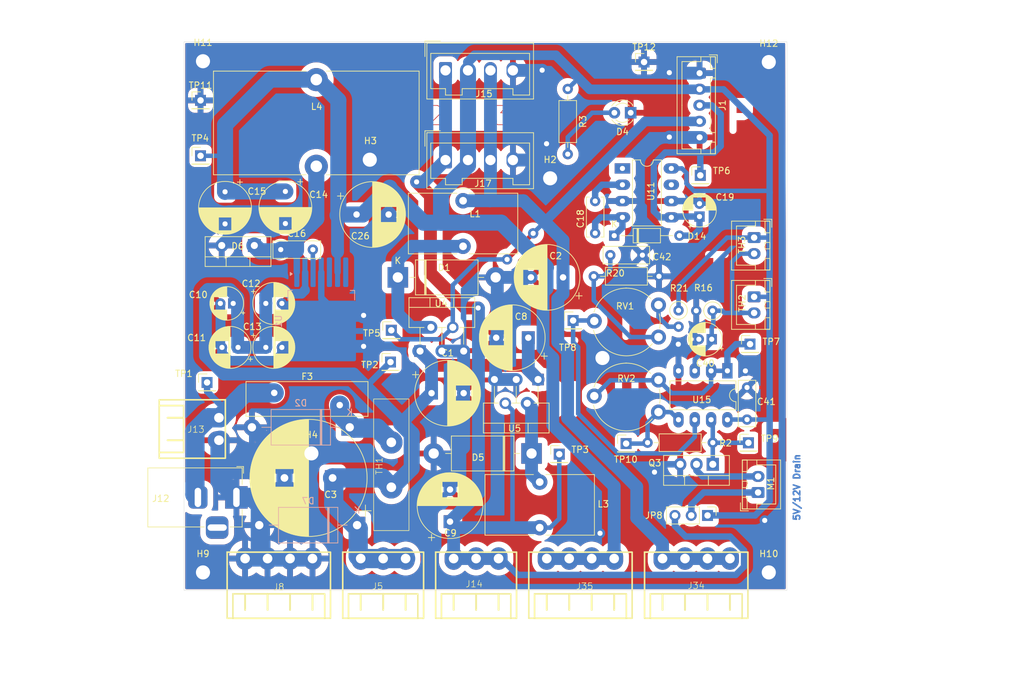
<source format=kicad_pcb>
(kicad_pcb
	(version 20240108)
	(generator "pcbnew")
	(generator_version "8.0")
	(general
		(thickness 1.6)
		(legacy_teardrops no)
	)
	(paper "A4")
	(layers
		(0 "F.Cu" signal)
		(1 "In1.Cu" signal)
		(2 "In2.Cu" signal)
		(31 "B.Cu" signal)
		(32 "B.Adhes" user "B.Adhesive")
		(33 "F.Adhes" user "F.Adhesive")
		(34 "B.Paste" user)
		(35 "F.Paste" user)
		(36 "B.SilkS" user "B.Silkscreen")
		(37 "F.SilkS" user "F.Silkscreen")
		(38 "B.Mask" user)
		(39 "F.Mask" user)
		(40 "Dwgs.User" user "User.Drawings")
		(41 "Cmts.User" user "User.Comments")
		(42 "Eco1.User" user "User.Eco1")
		(43 "Eco2.User" user "User.Eco2")
		(44 "Edge.Cuts" user)
		(45 "Margin" user)
		(46 "B.CrtYd" user "B.Courtyard")
		(47 "F.CrtYd" user "F.Courtyard")
		(48 "B.Fab" user)
		(49 "F.Fab" user)
		(50 "User.1" user)
		(51 "User.2" user)
		(52 "User.3" user)
		(53 "User.4" user)
		(54 "User.5" user)
		(55 "User.6" user)
		(56 "User.7" user)
		(57 "User.8" user)
		(58 "User.9" user)
	)
	(setup
		(stackup
			(layer "F.SilkS"
				(type "Top Silk Screen")
			)
			(layer "F.Paste"
				(type "Top Solder Paste")
			)
			(layer "F.Mask"
				(type "Top Solder Mask")
				(thickness 0.01)
			)
			(layer "F.Cu"
				(type "copper")
				(thickness 0.035)
			)
			(layer "dielectric 1"
				(type "prepreg")
				(thickness 0.1)
				(material "FR4")
				(epsilon_r 4.5)
				(loss_tangent 0.02)
			)
			(layer "In1.Cu"
				(type "copper")
				(thickness 0.035)
			)
			(layer "dielectric 2"
				(type "core")
				(thickness 1.24)
				(material "FR4")
				(epsilon_r 4.5)
				(loss_tangent 0.02)
			)
			(layer "In2.Cu"
				(type "copper")
				(thickness 0.035)
			)
			(layer "dielectric 3"
				(type "prepreg")
				(thickness 0.1)
				(material "FR4")
				(epsilon_r 4.5)
				(loss_tangent 0.02)
			)
			(layer "B.Cu"
				(type "copper")
				(thickness 0.035)
			)
			(layer "B.Mask"
				(type "Bottom Solder Mask")
				(thickness 0.01)
			)
			(layer "B.Paste"
				(type "Bottom Solder Paste")
			)
			(layer "B.SilkS"
				(type "Bottom Silk Screen")
				(color "Red")
			)
			(copper_finish "None")
			(dielectric_constraints no)
		)
		(pad_to_mask_clearance 0)
		(allow_soldermask_bridges_in_footprints no)
		(pcbplotparams
			(layerselection 0x0001000_fffffff9)
			(plot_on_all_layers_selection 0x0000000_00000000)
			(disableapertmacros no)
			(usegerberextensions no)
			(usegerberattributes no)
			(usegerberadvancedattributes yes)
			(creategerberjobfile no)
			(dashed_line_dash_ratio 12.000000)
			(dashed_line_gap_ratio 3.000000)
			(svgprecision 4)
			(plotframeref no)
			(viasonmask no)
			(mode 1)
			(useauxorigin no)
			(hpglpennumber 1)
			(hpglpenspeed 20)
			(hpglpendiameter 15.000000)
			(pdf_front_fp_property_popups yes)
			(pdf_back_fp_property_popups yes)
			(dxfpolygonmode yes)
			(dxfimperialunits yes)
			(dxfusepcbnewfont yes)
			(psnegative no)
			(psa4output no)
			(plotreference no)
			(plotvalue no)
			(plotfptext no)
			(plotinvisibletext no)
			(sketchpadsonfab no)
			(subtractmaskfromsilk no)
			(outputformat 1)
			(mirror no)
			(drillshape 0)
			(scaleselection 1)
			(outputdirectory "export/")
		)
	)
	(net 0 "")
	(net 1 "+5V")
	(net 2 "+24V filtered")
	(net 3 "GND")
	(net 4 "+3V3")
	(net 5 "+12V")
	(net 6 "Net-(D6-K)")
	(net 7 "Net-(U1-BOOT)")
	(net 8 "Net-(U11-CAP+)")
	(net 9 "Net-(D14-K)")
	(net 10 "-5V")
	(net 11 "Net-(D1-K)")
	(net 12 "Net-(D2-K)")
	(net 13 "Net-(D5-K)")
	(net 14 "+BATT")
	(net 15 "unconnected-(U1-EN-Pad7)")
	(net 16 "unconnected-(U1-NC-Pad5)")
	(net 17 "unconnected-(U11-OSC-Pad7)")
	(net 18 "unconnected-(U11-NC-Pad1)")
	(net 19 "Net-(U15A-+)")
	(net 20 "Net-(C42-Pad2)")
	(net 21 "Net-(JP8-C)")
	(net 22 "Net-(M1--)")
	(net 23 "Net-(Q3-G)")
	(net 24 "Net-(U15B-+)")
	(net 25 "Net-(R21-Pad2)")
	(net 26 "Net-(U15B--)")
	(net 27 "Net-(U15A--)")
	(net 28 "Net-(D4-A)")
	(footprint "Capacitor_THT:CP_Radial_D10.0mm_P5.00mm" (layer "F.Cu") (at 129.286 109.061993 90))
	(footprint "Capacitor_THT:CP_Radial_D10.0mm_P5.00mm" (layer "F.Cu") (at 126.410323 89.040962))
	(footprint "Diode_THT:D_DO-201AD_P15.24mm_Horizontal" (layer "F.Cu") (at 141.986 98.438962 180))
	(footprint "Potentiometer_THT:Potentiometer_Piher_PT-10-V10_Vertical" (layer "F.Cu") (at 161.757499 75.306462 180))
	(footprint "Connector_JST:JST_XH_B2B-XH-A_1x02_P2.50mm_Vertical" (layer "F.Cu") (at 177.275 104.514962 90))
	(footprint "Connector_PinHeader_2.54mm:PinHeader_1x01_P2.54mm_Vertical" (layer "F.Cu") (at 90.424 52.07))
	(footprint "Potentiometer_THT:Potentiometer_Piher_PT-10-V10_Vertical" (layer "F.Cu") (at 161.757499 86.990462 180))
	(footprint "Capacitor_THT:C_Disc_D6.0mm_W2.5mm_P5.00mm" (layer "F.Cu") (at 151.892 59.123888 -90))
	(footprint "Package_TO_SOT_THT:TO-220-5_P3.4x3.7mm_StaggerOdd_Lead3.8mm_Vertical" (layer "F.Cu") (at 124.616 82.489962))
	(footprint "Connector_PinHeader_2.54mm:PinHeader_1x01_P2.54mm_Vertical" (layer "F.Cu") (at 90.424 43.434))
	(footprint "Resistor_THT:R_Axial_DIN0207_L6.3mm_D2.5mm_P2.54mm_Vertical" (layer "F.Cu") (at 170.18 76.2 180))
	(footprint "Package_TO_SOT_THT:TO-220-3_Vertical" (layer "F.Cu") (at 170.219499 100.125462 180))
	(footprint "Connector_PinHeader_2.54mm:PinHeader_1x01_P2.54mm_Vertical" (layer "F.Cu") (at 176.022 81.407))
	(footprint "Capacitor_THT:CP_Radial_D6.3mm_P2.50mm" (layer "F.Cu") (at 100.592664 75.064811))
	(footprint "custom-footprints1:MountingHole_2.2mm_NPTH-with-pad" (layer "F.Cu") (at 178.943 37.465))
	(footprint "Package_DIP:DIP-8_W7.62mm_LongPads" (layer "F.Cu") (at 172.495499 85.561462 -90))
	(footprint "Resistor_THT:R_Axial_DIN0207_L6.3mm_D2.5mm_P10.16mm_Horizontal" (layer "F.Cu") (at 147.6248 41.656 -90))
	(footprint "custom-footprints1:MountingHole_2.2mm_NPTH-with-pad" (layer "F.Cu") (at 90.805 116.967))
	(footprint "custom-footprints1:WAGO 734-164 Print-Stiftleiste, Mini, RM 3,5, gewinkelt, 4-polig" (layer "F.Cu") (at 97.366 114.808))
	(footprint "Connector_PinHeader_2.54mm:PinHeader_1x01_P2.54mm_Vertical" (layer "F.Cu") (at 91.44 87.376))
	(footprint "Capacitor_THT:CP_Radial_D18.0mm_P7.50mm"
		(layer "F.Cu")
		(uuid "3e12b180-088b-46cd-b5c6-9617c716b1a6")
		(at 110.998 102.248962 180)
		(descr "CP, Radial series, Radial, pin pitch=7.50mm, , diameter=18mm, Electrolytic Capacitor")
		(tags "CP Radial series Radial pin pitch 7.50mm  diameter 18mm Electrolytic Capacitor")
		(property "Reference" "C3"
			(at 0.3048 -2.602238 0)
			(layer "F.SilkS")
			(uuid "c0dbac4b-d18d-44e0-abe6-6b3f876fe509")
			(effects
				(font
					(size 1 1)
					(thickness 0.15)
				)
			)
		)
		(property "Value" "2200uf"
			(at -0.952 2.579362 0)
			(layer "F.Fab")
			(uuid "1f7d7bb5-f802-471e-8ae7-4e1a80563b95")
			(effects
				(font
					(size 1 1)
					(thickness 0.15)
				)
			)
		)
		(property "Footprint" "Capacitor_THT:CP_Radial_D18.0mm_P7.50mm"
			(at 0 0 180)
			(unlocked yes)
			(layer "F.Fab")
			(hide yes)
			(uuid "cd037e7c-88f5-4614-9539-47ece2e39e2f")
			(effects
				(font
					(size 1.27 1.27)
					(thickness 0.15)
				)
			)
		)
		(property "Datasheet" "https://www.reichelt.com/be/en/shop/product/elko_2200_f_35_v_105_c-166415"
			(at 0 0 180)
			(unlocked yes)
			(layer "F.Fab")
			(hide yes)
			(uuid "09c9c45c-cd56-4403-bd81-cc88382ef4e9")
			(effects
				(font
					(size 1.27 1.27)
					(thickness 0.15)
				)
			)
		)
		(property "Description" "Polarized capacitor"
			(at 0 0 180)
			(unlocked yes)
			(layer "F.Fab")
			(hide yes)
			(uuid "114210ba-bd57-4105-96f8-5187314aacb0")
			(effects
				(font
					(size 1.27 1.27)
					(thickness 0.15)
				)
			)
		)
		(property ki_fp_filters "CP_*")
		(path "/16680157-dcc5-42d4-8ccc-a59b4c4006fd")
		(sheetname "Root")
		(sheetfile "power-supply-board_v1.0.kicad_sch")
		(attr through_hole)
		(fp_line
			(start 12.87 -0.04)
			(end 12.87 0.04)
			(stroke
				(width 0.12)
				(type solid)
			)
			(layer "F.SilkS")
			(uuid "87732204-ffd3-4010-92fe-e84d597261db")
		)
		(fp_line
			(start 12.83 -0.814)
			(end 12.83 0.814)
			(stroke
				(width 0.12)
				(type solid)
			)
			(layer "F.SilkS")
			(uuid "18f893c9-7fff-4554-a0a6-9513f8452e28")
		)
		(fp_line
			(start 12.79 -1.166)
			(end 12.79 1.166)
			(stroke
				(width 0.12)
				(type solid)
			)
			(layer "F.SilkS")
			(uuid "2b52467b-0cfb-4412-b0ac-068e45849888")
		)
		(fp_line
			(start 12.75 -1.435)
			(end 12.75 1.435)
			(stroke
				(width 0.12)
				(type solid)
			)
			(layer "F.SilkS")
			(uuid "34e20984-e432-4254-860c-82b93de5475e")
		)
		(fp_line
			(start 12.71 -1.661)
			(end 12.71 1.661)
			(stroke
				(width 0.12)
				(type solid)
			)
			(layer "F.SilkS")
			(uuid "9e5473ed-98ba-43aa-9d6a-8eaabc33a9dc")
		)
		(fp_line
			(start 12.67 -1.86)
			(end 12.67 1.86)
			(stroke
				(width 0.12)
				(type solid)
			)
			(layer "F.SilkS")
			(uuid "08c8f39a-99ff-4afd-b845-1d83a6340213")
		)
		(fp_line
			(start 12.63 -2.039)
			(end 12.63 2.039)
			(stroke
				(width 0.12)
				(type solid)
			)
			(layer "F.SilkS")
			(uuid "d5eaf986-9534-4524-ad49-665dbecfec0f")
		)
		(fp_line
			(start 12.59 -2.203)
			(end 12.59 2.203)
			(stroke
				(width 0.12)
				(type solid)
			)
			(layer "F.SilkS")
			(uuid "5cf0b090-f6b4-43c7-a6ce-0f71cd8210ee")
		)
		(fp_line
			(start 12.55 -2.355)
			(end 12.55 2.355)
			(stroke
				(width 0.12)
				(type solid)
			)
			(layer "F.SilkS")
			(uuid "8e66bac3-0b2f-40ec-8c73-97c7d6b2f138")
		)
		(fp_line
			(start 12.51 -2.498)
			(end 12.51 2.498)
			(stroke
				(width 0.12)
				(type solid)
			)
			(layer "F.SilkS")
			(uuid "66bbea31-836a-4c65-9a2d-0d3a29f8dc12")
		)
		(fp_line
			(start 12.47 -2.632)
			(end 12.47 2.632)
			(stroke
				(width 0.12)
				(type solid)
			)
			(layer "F.SilkS")
			(uuid "633c10e5-f6ae-42eb-b5a5-18a2e88ec3af")
		)
		(fp_line
			(start 12.43 -2.759)
			(end 12.43 2.759)
			(stroke
				(width 0.12)
				(type solid)
			)
			(layer "F.SilkS")
			(uuid "5c14d289-cf82-40f2-ae41-fa734da4dc2a")
		)
		(fp_line
			(start 12.39 -2.88)
			(end 12.39 2.88)
			(stroke
				(width 0.12)
				(type solid)
			)
			(layer "F.SilkS")
			(uuid "92d777da-31b2-4188-88bd-b48da7e6abd8")
		)
		(fp_line
			(start 12.35 -2.996)
			(end 12.35 2.996)
			(stroke
				(width 0.12)
				(type solid)
			)
			(layer "F.SilkS")
			(uuid "107af9bb-841b-4c31-9fac-3060a5bfa1b6")
		)
		(fp_line
			(start 12.31 -3.107)
			(end 12.31 3.107)
			(stroke
				(width 0.12)
				(type solid)
			)
			(layer "F.SilkS")
			(uuid "9396642f-f979-4d78-bd91-7a436359d103")
		)
		(fp_line
			(start 12.27 -3.214)
			(end 12.27 3.214)
			(stroke
				(width 0.12)
				(type solid)
			)
			(layer "F.SilkS")
			(uuid "7a28f269-c130-4a30-a607-7c6287357369")
		)
		(fp_line
			(start 12.23 -3.317)
			(end 12.23 3.317)
			(stroke
				(width 0.12)
				(type solid)
			)
			(layer "F.SilkS")

... [1199561 chars truncated]
</source>
